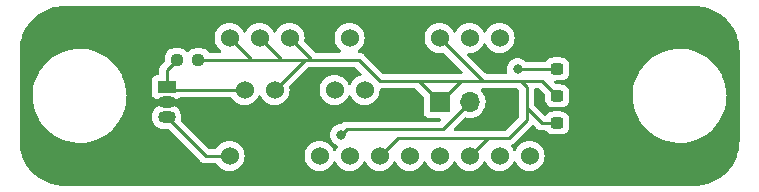
<source format=gbr>
%TF.GenerationSoftware,KiCad,Pcbnew,7.0.7*%
%TF.CreationDate,2024-03-26T15:52:03-05:00*%
%TF.ProjectId,RamanCCDBoard,52616d61-6e43-4434-9442-6f6172642e6b,rev?*%
%TF.SameCoordinates,Original*%
%TF.FileFunction,Copper,L2,Bot*%
%TF.FilePolarity,Positive*%
%FSLAX46Y46*%
G04 Gerber Fmt 4.6, Leading zero omitted, Abs format (unit mm)*
G04 Created by KiCad (PCBNEW 7.0.7) date 2024-03-26 15:52:03*
%MOMM*%
%LPD*%
G01*
G04 APERTURE LIST*
G04 Aperture macros list*
%AMRoundRect*
0 Rectangle with rounded corners*
0 $1 Rounding radius*
0 $2 $3 $4 $5 $6 $7 $8 $9 X,Y pos of 4 corners*
0 Add a 4 corners polygon primitive as box body*
4,1,4,$2,$3,$4,$5,$6,$7,$8,$9,$2,$3,0*
0 Add four circle primitives for the rounded corners*
1,1,$1+$1,$2,$3*
1,1,$1+$1,$4,$5*
1,1,$1+$1,$6,$7*
1,1,$1+$1,$8,$9*
0 Add four rect primitives between the rounded corners*
20,1,$1+$1,$2,$3,$4,$5,0*
20,1,$1+$1,$4,$5,$6,$7,0*
20,1,$1+$1,$6,$7,$8,$9,0*
20,1,$1+$1,$8,$9,$2,$3,0*%
G04 Aperture macros list end*
%TA.AperFunction,ComponentPad*%
%ADD10C,1.524000*%
%TD*%
%TA.AperFunction,SMDPad,CuDef*%
%ADD11RoundRect,0.237500X0.300000X0.237500X-0.300000X0.237500X-0.300000X-0.237500X0.300000X-0.237500X0*%
%TD*%
%TA.AperFunction,ComponentPad*%
%ADD12R,1.500000X1.050000*%
%TD*%
%TA.AperFunction,ComponentPad*%
%ADD13O,1.500000X1.050000*%
%TD*%
%TA.AperFunction,SMDPad,CuDef*%
%ADD14RoundRect,0.237500X0.250000X0.237500X-0.250000X0.237500X-0.250000X-0.237500X0.250000X-0.237500X0*%
%TD*%
%TA.AperFunction,ComponentPad*%
%ADD15R,1.700000X1.700000*%
%TD*%
%TA.AperFunction,ComponentPad*%
%ADD16O,1.700000X1.700000*%
%TD*%
%TA.AperFunction,ViaPad*%
%ADD17C,0.800000*%
%TD*%
%TA.AperFunction,Conductor*%
%ADD18C,0.254000*%
%TD*%
%TA.AperFunction,Conductor*%
%ADD19C,0.250000*%
%TD*%
G04 APERTURE END LIST*
D10*
%TO.P,U1,1,Vout*%
%TO.N,BJT_Input*%
X55626000Y-32004000D03*
%TO.P,U1,2,GND*%
%TO.N,GND*%
X58166000Y-32004000D03*
%TO.P,U1,3,GND*%
X60706000Y-32004000D03*
%TO.P,U1,4,SHSW*%
%TO.N,SHSW*%
X63246000Y-32004000D03*
%TO.P,U1,5,\u00F8CLK*%
%TO.N,\u00F8CLK*%
X65786000Y-32004000D03*
%TO.P,U1,6,VDD*%
%TO.N,+5V*%
X68326000Y-32004000D03*
%TO.P,U1,7,NC*%
%TO.N,unconnected-(U1-NC-Pad7)*%
X70866000Y-32004000D03*
%TO.P,U1,8,NC*%
%TO.N,unconnected-(U1-NC-Pad8)*%
X73406000Y-32004000D03*
%TO.P,U1,9,VDD*%
%TO.N,+5V*%
X75946000Y-32004000D03*
%TO.P,U1,10,NC*%
%TO.N,unconnected-(U1-NC-Pad10)*%
X78486000Y-32004000D03*
%TO.P,U1,11,\u00F8ROG*%
%TO.N,\u00F8ROG*%
X81026000Y-32004000D03*
%TO.P,U1,12,GND*%
%TO.N,GND*%
X81026000Y-22004000D03*
%TO.P,U1,13,NC*%
%TO.N,unconnected-(U1-NC-Pad13)*%
X78486000Y-22004000D03*
%TO.P,U1,14,NC*%
%TO.N,unconnected-(U1-NC-Pad14)*%
X75946000Y-22004000D03*
%TO.P,U1,15,VDD*%
%TO.N,+5V*%
X73406000Y-22004000D03*
%TO.P,U1,16,GND*%
%TO.N,GND*%
X70866000Y-22004000D03*
%TO.P,U1,17,GND*%
X68326000Y-22004000D03*
%TO.P,U1,18,VGG*%
%TO.N,Net-(U1-VGG)*%
X65786000Y-22004000D03*
%TO.P,U1,19,GND*%
%TO.N,GND*%
X63246000Y-22004000D03*
%TO.P,U1,20,VDD*%
%TO.N,+5V*%
X60706000Y-22004000D03*
%TO.P,U1,21,VDD*%
X58166000Y-22004000D03*
%TO.P,U1,22,VDD*%
X55626000Y-22004000D03*
%TD*%
D11*
%TO.P,C3,1*%
%TO.N,GND*%
X85090000Y-26924000D03*
%TO.P,C3,2*%
%TO.N,+5V*%
X83365000Y-26924000D03*
%TD*%
D12*
%TO.P,Q2,1,E*%
%TO.N,Vout*%
X50292000Y-26162000D03*
D13*
%TO.P,Q2,2,C*%
%TO.N,GND*%
X50292000Y-27432000D03*
%TO.P,Q2,3,B*%
%TO.N,BJT_Input*%
X50292000Y-28702000D03*
%TD*%
D11*
%TO.P,C2,1*%
%TO.N,GND*%
X85090000Y-29210000D03*
%TO.P,C2,2*%
%TO.N,+5V*%
X83365000Y-29210000D03*
%TD*%
D14*
%TO.P,R1,1*%
%TO.N,+5V*%
X52982500Y-23876000D03*
%TO.P,R1,2*%
%TO.N,Vout*%
X51157500Y-23876000D03*
%TD*%
D10*
%TO.P,Conn1,1*%
%TO.N,Vout*%
X56896000Y-26416000D03*
%TO.P,Conn1,2*%
%TO.N,+5V*%
X59436000Y-26416000D03*
%TO.P,Conn1,3*%
%TO.N,GND*%
X61976000Y-26416000D03*
%TO.P,Conn1,4*%
%TO.N,\u00F8CLK*%
X64516000Y-26416000D03*
%TO.P,Conn1,5*%
%TO.N,\u00F8ROG*%
X67056000Y-26416000D03*
%TD*%
D11*
%TO.P,C1,1*%
%TO.N,GND*%
X85090000Y-24638000D03*
%TO.P,C1,2*%
%TO.N,Net-(U1-VGG)*%
X83365000Y-24638000D03*
%TD*%
D15*
%TO.P,J1,1,Pin_1*%
%TO.N,+5V*%
X73406000Y-27432000D03*
D16*
%TO.P,J1,2,Pin_2*%
%TO.N,SHSW*%
X75946000Y-27432000D03*
%TO.P,J1,3,Pin_3*%
%TO.N,GND*%
X78486000Y-27432000D03*
%TD*%
D17*
%TO.N,GND*%
X67564000Y-28448000D03*
%TO.N,Net-(U1-VGG)*%
X80010000Y-24638000D03*
%TO.N,SHSW*%
X65024000Y-30226000D03*
%TD*%
D18*
%TO.N,+5V*%
X75184000Y-25654000D02*
X77216000Y-25654000D01*
X72136000Y-25654000D02*
X75184000Y-25654000D01*
X73406000Y-27432000D02*
X75184000Y-25654000D01*
%TO.N,Net-(U1-VGG)*%
X83365000Y-24638000D02*
X80010000Y-24638000D01*
D19*
%TO.N,+5V*%
X77056000Y-25654000D02*
X77216000Y-25654000D01*
X57404000Y-23782000D02*
X57404000Y-23876000D01*
D18*
X58674000Y-23876000D02*
X58928000Y-23876000D01*
X80772000Y-27940000D02*
X80772000Y-28956000D01*
D19*
X60706000Y-22004000D02*
X62484000Y-23782000D01*
X58166000Y-22004000D02*
X59944000Y-23782000D01*
X62484000Y-23782000D02*
X62484000Y-23876000D01*
D18*
X80264000Y-25654000D02*
X80772000Y-26162000D01*
X75946000Y-32004000D02*
X77470000Y-30480000D01*
X73406000Y-27432000D02*
X71628000Y-25654000D01*
X80264000Y-25654000D02*
X82095000Y-25654000D01*
X77470000Y-30480000D02*
X69850000Y-30480000D01*
D19*
X52982500Y-23876000D02*
X53848000Y-23876000D01*
D18*
X61976000Y-23876000D02*
X62484000Y-23876000D01*
X79248000Y-30480000D02*
X77470000Y-30480000D01*
X62484000Y-23876000D02*
X66548000Y-23876000D01*
X77216000Y-25654000D02*
X80264000Y-25654000D01*
X56896000Y-23876000D02*
X56388000Y-23876000D01*
X57404000Y-23876000D02*
X58674000Y-23876000D01*
D19*
X53848000Y-23876000D02*
X56388000Y-23876000D01*
D18*
X80772000Y-26162000D02*
X80772000Y-27940000D01*
X82095000Y-25654000D02*
X83365000Y-26924000D01*
X59944000Y-23876000D02*
X61976000Y-23876000D01*
X80772000Y-28956000D02*
X79248000Y-30480000D01*
D19*
X59436000Y-26416000D02*
X61976000Y-23876000D01*
X59944000Y-23782000D02*
X59944000Y-23876000D01*
D18*
X82042000Y-29210000D02*
X83365000Y-29210000D01*
X68326000Y-25654000D02*
X71628000Y-25654000D01*
D19*
X73406000Y-22004000D02*
X77056000Y-25654000D01*
D18*
X69756000Y-25654000D02*
X72136000Y-25654000D01*
X57404000Y-23876000D02*
X56896000Y-23876000D01*
X80772000Y-27940000D02*
X82042000Y-29210000D01*
X58928000Y-23876000D02*
X59944000Y-23876000D01*
X66548000Y-23876000D02*
X68326000Y-25654000D01*
X69850000Y-30480000D02*
X68326000Y-32004000D01*
X71628000Y-25654000D02*
X72136000Y-25654000D01*
D19*
X55626000Y-22004000D02*
X57404000Y-23782000D01*
D18*
%TO.N,SHSW*%
X65024000Y-30226000D02*
X65532000Y-29718000D01*
X73660000Y-29718000D02*
X75946000Y-27432000D01*
X65532000Y-29718000D02*
X73660000Y-29718000D01*
D19*
%TO.N,Vout*%
X56896000Y-26416000D02*
X50546000Y-26416000D01*
X50292000Y-26162000D02*
X50292000Y-24741500D01*
X50546000Y-26416000D02*
X50292000Y-26162000D01*
X50292000Y-24741500D02*
X51157500Y-23876000D01*
%TO.N,BJT_Input*%
X50292000Y-28702000D02*
X53594000Y-32004000D01*
X53594000Y-32004000D02*
X55626000Y-32004000D01*
%TD*%
%TA.AperFunction,Conductor*%
%TO.N,GND*%
G36*
X77029039Y-26283026D02*
G01*
X77036196Y-26284160D01*
X77061425Y-26281775D01*
X77067264Y-26281500D01*
X77136728Y-26281500D01*
X79952718Y-26281500D01*
X80019757Y-26301185D01*
X80040399Y-26317818D01*
X80108181Y-26385599D01*
X80141666Y-26446922D01*
X80144500Y-26473281D01*
X80144500Y-27857032D01*
X80142772Y-27872681D01*
X80143054Y-27872708D01*
X80142319Y-27880475D01*
X80144500Y-27949859D01*
X80144500Y-28644719D01*
X80124815Y-28711758D01*
X80108181Y-28732400D01*
X79024400Y-29816181D01*
X78963077Y-29849666D01*
X78936719Y-29852500D01*
X77552965Y-29852500D01*
X77537314Y-29850772D01*
X77537288Y-29851054D01*
X77529525Y-29850319D01*
X77460154Y-29852500D01*
X74712281Y-29852500D01*
X74645242Y-29832815D01*
X74599487Y-29780011D01*
X74589543Y-29710853D01*
X74618568Y-29647297D01*
X74624600Y-29640819D01*
X74841322Y-29424097D01*
X75492584Y-28772833D01*
X75553905Y-28739350D01*
X75612356Y-28740741D01*
X75654107Y-28751928D01*
X75710592Y-28767063D01*
X75887034Y-28782500D01*
X75945999Y-28787659D01*
X75946000Y-28787659D01*
X75946001Y-28787659D01*
X76004966Y-28782500D01*
X76181408Y-28767063D01*
X76409663Y-28705903D01*
X76623830Y-28606035D01*
X76817401Y-28470495D01*
X76984495Y-28303401D01*
X77120035Y-28109830D01*
X77219903Y-27895663D01*
X77281063Y-27667408D01*
X77301659Y-27432000D01*
X77300497Y-27418724D01*
X77297539Y-27384918D01*
X77281063Y-27196592D01*
X77219903Y-26968337D01*
X77120035Y-26754171D01*
X77106521Y-26734870D01*
X76984494Y-26560597D01*
X76917078Y-26493181D01*
X76883593Y-26431858D01*
X76888577Y-26362166D01*
X76930449Y-26306233D01*
X76995913Y-26281816D01*
X77004759Y-26281500D01*
X77009644Y-26281500D01*
X77029039Y-26283026D01*
G37*
%TD.AperFunction*%
%TA.AperFunction,Conductor*%
G36*
X94944139Y-19304501D02*
G01*
X94994470Y-19304501D01*
X94997512Y-19304576D01*
X95087439Y-19308993D01*
X95148505Y-19311993D01*
X95374018Y-19323811D01*
X95379836Y-19324393D01*
X95559435Y-19351034D01*
X95756128Y-19382187D01*
X95761436Y-19383269D01*
X95942900Y-19428724D01*
X96084614Y-19466697D01*
X96130274Y-19478932D01*
X96135116Y-19480444D01*
X96135122Y-19480446D01*
X96313454Y-19544254D01*
X96492735Y-19613074D01*
X96497000Y-19614899D01*
X96497011Y-19614904D01*
X96669387Y-19696432D01*
X96839704Y-19783213D01*
X96843404Y-19785261D01*
X96937542Y-19841685D01*
X97007693Y-19883732D01*
X97167633Y-19987598D01*
X97170799Y-19989797D01*
X97325089Y-20104226D01*
X97325103Y-20104237D01*
X97473227Y-20224185D01*
X97475832Y-20226418D01*
X97617294Y-20354631D01*
X97619498Y-20356730D01*
X97753268Y-20490500D01*
X97755367Y-20492704D01*
X97883580Y-20634166D01*
X97885819Y-20636778D01*
X97915438Y-20673355D01*
X98005773Y-20784910D01*
X98120201Y-20939199D01*
X98122400Y-20942365D01*
X98226267Y-21102306D01*
X98324728Y-21266578D01*
X98326792Y-21270306D01*
X98413566Y-21440610D01*
X98495096Y-21612991D01*
X98496932Y-21617282D01*
X98565755Y-21796572D01*
X98629554Y-21974882D01*
X98631066Y-21979724D01*
X98681282Y-22167126D01*
X98726722Y-22348532D01*
X98727817Y-22353900D01*
X98758965Y-22550561D01*
X98785602Y-22730141D01*
X98786188Y-22735996D01*
X98798007Y-22961511D01*
X98805424Y-23112488D01*
X98805499Y-23115531D01*
X98805499Y-30732468D01*
X98805424Y-30735511D01*
X98798007Y-30886488D01*
X98786188Y-31112002D01*
X98785602Y-31117857D01*
X98758965Y-31297438D01*
X98727817Y-31494098D01*
X98726722Y-31499466D01*
X98681282Y-31680873D01*
X98631066Y-31868274D01*
X98629554Y-31873116D01*
X98565755Y-32051427D01*
X98496931Y-32230716D01*
X98495096Y-32235006D01*
X98413566Y-32407389D01*
X98326791Y-32577692D01*
X98324728Y-32581420D01*
X98226267Y-32745693D01*
X98122400Y-32905633D01*
X98120201Y-32908799D01*
X98005773Y-33063089D01*
X97885825Y-33211213D01*
X97883580Y-33213832D01*
X97755367Y-33355294D01*
X97753268Y-33357498D01*
X97619498Y-33491268D01*
X97617294Y-33493367D01*
X97475832Y-33621580D01*
X97473213Y-33623825D01*
X97325089Y-33743773D01*
X97170799Y-33858201D01*
X97167633Y-33860400D01*
X97007693Y-33964267D01*
X96843420Y-34062728D01*
X96839692Y-34064791D01*
X96669389Y-34151566D01*
X96497006Y-34233096D01*
X96492716Y-34234931D01*
X96313427Y-34303755D01*
X96135116Y-34367554D01*
X96130274Y-34369066D01*
X95942873Y-34419282D01*
X95761466Y-34464722D01*
X95756098Y-34465817D01*
X95559438Y-34496965D01*
X95379857Y-34523602D01*
X95374002Y-34524188D01*
X95148488Y-34536007D01*
X94997512Y-34543424D01*
X94994469Y-34543499D01*
X41657531Y-34543499D01*
X41654488Y-34543424D01*
X41503511Y-34536007D01*
X41277996Y-34524188D01*
X41272141Y-34523602D01*
X41092561Y-34496965D01*
X40895900Y-34465817D01*
X40890532Y-34464722D01*
X40709126Y-34419282D01*
X40521724Y-34369066D01*
X40516882Y-34367554D01*
X40338572Y-34303755D01*
X40159282Y-34234932D01*
X40154991Y-34233096D01*
X39982610Y-34151566D01*
X39812306Y-34064792D01*
X39808578Y-34062728D01*
X39644306Y-33964267D01*
X39484365Y-33860400D01*
X39481199Y-33858201D01*
X39326910Y-33743773D01*
X39178785Y-33623825D01*
X39176166Y-33621580D01*
X39034704Y-33493367D01*
X39032500Y-33491268D01*
X38898730Y-33357498D01*
X38896631Y-33355294D01*
X38768418Y-33213832D01*
X38766185Y-33211227D01*
X38677355Y-33101531D01*
X38646226Y-33063089D01*
X38531797Y-32908799D01*
X38529598Y-32905633D01*
X38425732Y-32745693D01*
X38410413Y-32720135D01*
X38327261Y-32581404D01*
X38325213Y-32577704D01*
X38238433Y-32407389D01*
X38156902Y-32235007D01*
X38155074Y-32230735D01*
X38086244Y-32051427D01*
X38022444Y-31873116D01*
X38020932Y-31868274D01*
X38008697Y-31822614D01*
X37970724Y-31680900D01*
X37925269Y-31499436D01*
X37924187Y-31494128D01*
X37893034Y-31297435D01*
X37866393Y-31117836D01*
X37865811Y-31112018D01*
X37853986Y-30886366D01*
X37853814Y-30882875D01*
X37846574Y-30735497D01*
X37846500Y-30732510D01*
X37846500Y-27023187D01*
X38948590Y-27023187D01*
X38978230Y-27418711D01*
X38978231Y-27418724D01*
X39047108Y-27809339D01*
X39154530Y-28191137D01*
X39154534Y-28191151D01*
X39299435Y-28560353D01*
X39299440Y-28560365D01*
X39480386Y-28913314D01*
X39480397Y-28913333D01*
X39486850Y-28923324D01*
X39695586Y-29246509D01*
X39940093Y-29553112D01*
X39942895Y-29556625D01*
X40219823Y-29840544D01*
X40219833Y-29840554D01*
X40523676Y-30095508D01*
X40851394Y-30318942D01*
X41199730Y-30508636D01*
X41565223Y-30662704D01*
X41565232Y-30662706D01*
X41565238Y-30662709D01*
X41944235Y-30779614D01*
X41944248Y-30779617D01*
X42332999Y-30858205D01*
X42333014Y-30858208D01*
X42671299Y-30892058D01*
X42727680Y-30897700D01*
X42727681Y-30897700D01*
X43025103Y-30897700D01*
X43252197Y-30886366D01*
X43322145Y-30882875D01*
X43714353Y-30823759D01*
X44098726Y-30725886D01*
X44471445Y-30590228D01*
X44828803Y-30418133D01*
X44835148Y-30414256D01*
X45167246Y-30211315D01*
X45167245Y-30211315D01*
X45167251Y-30211312D01*
X45483424Y-29971820D01*
X45774181Y-29702037D01*
X46036631Y-29404645D01*
X46268166Y-29082600D01*
X46466485Y-28739101D01*
X46483226Y-28702000D01*
X49036538Y-28702000D01*
X49056337Y-28903031D01*
X49114978Y-29096345D01*
X49210198Y-29274488D01*
X49210203Y-29274495D01*
X49338352Y-29430647D01*
X49447016Y-29519824D01*
X49494506Y-29558798D01*
X49494509Y-29558799D01*
X49494511Y-29558801D01*
X49672654Y-29654021D01*
X49672656Y-29654021D01*
X49672659Y-29654023D01*
X49865967Y-29712662D01*
X50016620Y-29727500D01*
X50381548Y-29727500D01*
X50448587Y-29747185D01*
X50469228Y-29763818D01*
X51792553Y-31087144D01*
X53093197Y-32387788D01*
X53103022Y-32400051D01*
X53103243Y-32399869D01*
X53108214Y-32405878D01*
X53134217Y-32430295D01*
X53158635Y-32453226D01*
X53179529Y-32474120D01*
X53185011Y-32478373D01*
X53189443Y-32482157D01*
X53223418Y-32514062D01*
X53240976Y-32523714D01*
X53257235Y-32534395D01*
X53273064Y-32546673D01*
X53315838Y-32565182D01*
X53321056Y-32567738D01*
X53361908Y-32590197D01*
X53381316Y-32595180D01*
X53399717Y-32601480D01*
X53418104Y-32609437D01*
X53461488Y-32616308D01*
X53464119Y-32616725D01*
X53469839Y-32617909D01*
X53514981Y-32629500D01*
X53535016Y-32629500D01*
X53554414Y-32631026D01*
X53574194Y-32634159D01*
X53574195Y-32634160D01*
X53574195Y-32634159D01*
X53574196Y-32634160D01*
X53620583Y-32629775D01*
X53626422Y-32629500D01*
X54458200Y-32629500D01*
X54525239Y-32649185D01*
X54559775Y-32682376D01*
X54655174Y-32818620D01*
X54655175Y-32818621D01*
X54811378Y-32974824D01*
X54811384Y-32974829D01*
X54992333Y-33101531D01*
X54992335Y-33101532D01*
X54992338Y-33101534D01*
X55192550Y-33194894D01*
X55405932Y-33252070D01*
X55563123Y-33265822D01*
X55625998Y-33271323D01*
X55626000Y-33271323D01*
X55626002Y-33271323D01*
X55681016Y-33266509D01*
X55846068Y-33252070D01*
X56059450Y-33194894D01*
X56259662Y-33101534D01*
X56440620Y-32974826D01*
X56596826Y-32818620D01*
X56723534Y-32637662D01*
X56816894Y-32437450D01*
X56874070Y-32224068D01*
X56889175Y-32051415D01*
X56893323Y-32004002D01*
X56893323Y-32003997D01*
X56874070Y-31783937D01*
X56874070Y-31783932D01*
X56816894Y-31570550D01*
X56723534Y-31370339D01*
X56660179Y-31279859D01*
X56596827Y-31189381D01*
X56519448Y-31112002D01*
X56440620Y-31033174D01*
X56440616Y-31033171D01*
X56440615Y-31033170D01*
X56259666Y-30906468D01*
X56259662Y-30906466D01*
X56216557Y-30886366D01*
X56059450Y-30813106D01*
X56059447Y-30813105D01*
X56059445Y-30813104D01*
X55846070Y-30755930D01*
X55846062Y-30755929D01*
X55626002Y-30736677D01*
X55625998Y-30736677D01*
X55405937Y-30755929D01*
X55405929Y-30755930D01*
X55192554Y-30813104D01*
X55192548Y-30813107D01*
X54992340Y-30906465D01*
X54992338Y-30906466D01*
X54811377Y-31033175D01*
X54655175Y-31189377D01*
X54559776Y-31325623D01*
X54505199Y-31369248D01*
X54458201Y-31378500D01*
X53904453Y-31378500D01*
X53837414Y-31358815D01*
X53816772Y-31342181D01*
X51545295Y-29070704D01*
X51511810Y-29009381D01*
X51514315Y-28947028D01*
X51527662Y-28903033D01*
X51547462Y-28702000D01*
X51527662Y-28500967D01*
X51469023Y-28307659D01*
X51469021Y-28307656D01*
X51469021Y-28307654D01*
X51373801Y-28129511D01*
X51373799Y-28129509D01*
X51373798Y-28129506D01*
X51334824Y-28082016D01*
X51245647Y-27973352D01*
X51089495Y-27845203D01*
X51089488Y-27845198D01*
X50911345Y-27749978D01*
X50718031Y-27691337D01*
X50607900Y-27680490D01*
X50567380Y-27676500D01*
X50016620Y-27676500D01*
X49979433Y-27680162D01*
X49865968Y-27691337D01*
X49672654Y-27749978D01*
X49494511Y-27845198D01*
X49494504Y-27845203D01*
X49338352Y-27973352D01*
X49210203Y-28129504D01*
X49210198Y-28129511D01*
X49114978Y-28307654D01*
X49056337Y-28500968D01*
X49036538Y-28702000D01*
X46483226Y-28702000D01*
X46629617Y-28377563D01*
X46755941Y-28001578D01*
X46844201Y-27614885D01*
X46893521Y-27221325D01*
X46897389Y-27066233D01*
X46903409Y-26824826D01*
X46903409Y-26824810D01*
X46896836Y-26737100D01*
X46896669Y-26734870D01*
X49041500Y-26734870D01*
X49041501Y-26734876D01*
X49047908Y-26794483D01*
X49098202Y-26929328D01*
X49098206Y-26929335D01*
X49184452Y-27044544D01*
X49184455Y-27044547D01*
X49299664Y-27130793D01*
X49299671Y-27130797D01*
X49434517Y-27181091D01*
X49434516Y-27181091D01*
X49441444Y-27181835D01*
X49494127Y-27187500D01*
X51089872Y-27187499D01*
X51149483Y-27181091D01*
X51284331Y-27130796D01*
X51370575Y-27066233D01*
X51436040Y-27041816D01*
X51444887Y-27041500D01*
X55728200Y-27041500D01*
X55795239Y-27061185D01*
X55829775Y-27094376D01*
X55925174Y-27230620D01*
X55925175Y-27230621D01*
X56081378Y-27386824D01*
X56081384Y-27386829D01*
X56262333Y-27513531D01*
X56262335Y-27513532D01*
X56262338Y-27513534D01*
X56462550Y-27606894D01*
X56675932Y-27664070D01*
X56818011Y-27676500D01*
X56895998Y-27683323D01*
X56896000Y-27683323D01*
X56896002Y-27683323D01*
X56951017Y-27678509D01*
X57116068Y-27664070D01*
X57329450Y-27606894D01*
X57529662Y-27513534D01*
X57710620Y-27386826D01*
X57866826Y-27230620D01*
X57993534Y-27049662D01*
X58053617Y-26920811D01*
X58099790Y-26868371D01*
X58166983Y-26849219D01*
X58233865Y-26869435D01*
X58278382Y-26920811D01*
X58338464Y-27049658D01*
X58338468Y-27049666D01*
X58465170Y-27230615D01*
X58465175Y-27230621D01*
X58621378Y-27386824D01*
X58621384Y-27386829D01*
X58802333Y-27513531D01*
X58802335Y-27513532D01*
X58802338Y-27513534D01*
X59002550Y-27606894D01*
X59215932Y-27664070D01*
X59358011Y-27676500D01*
X59435998Y-27683323D01*
X59436000Y-27683323D01*
X59436002Y-27683323D01*
X59491017Y-27678509D01*
X59656068Y-27664070D01*
X59869450Y-27606894D01*
X60069662Y-27513534D01*
X60250620Y-27386826D01*
X60406826Y-27230620D01*
X60533534Y-27049662D01*
X60626894Y-26849450D01*
X60684070Y-26636068D01*
X60701936Y-26431858D01*
X60703323Y-26416002D01*
X60703323Y-26415997D01*
X60691789Y-26284159D01*
X60684070Y-26195932D01*
X60672291Y-26151976D01*
X60673955Y-26082126D01*
X60704384Y-26032204D01*
X62196771Y-24539819D01*
X62258095Y-24506334D01*
X62284453Y-24503500D01*
X62404728Y-24503500D01*
X62423638Y-24503500D01*
X62436918Y-24504755D01*
X62444404Y-24505225D01*
X62444412Y-24505227D01*
X62469934Y-24503621D01*
X62473807Y-24503500D01*
X66236719Y-24503500D01*
X66303758Y-24523185D01*
X66324400Y-24539819D01*
X66776006Y-24991425D01*
X66809491Y-25052748D01*
X66804507Y-25122440D01*
X66762635Y-25178373D01*
X66720420Y-25198881D01*
X66622552Y-25225105D01*
X66622548Y-25225107D01*
X66422340Y-25318465D01*
X66422338Y-25318466D01*
X66241377Y-25445175D01*
X66085175Y-25601377D01*
X65958466Y-25782338D01*
X65958465Y-25782340D01*
X65898382Y-25911189D01*
X65852209Y-25963628D01*
X65785016Y-25982780D01*
X65718135Y-25962564D01*
X65673618Y-25911189D01*
X65633511Y-25825180D01*
X65613534Y-25782339D01*
X65495533Y-25613815D01*
X65486827Y-25601381D01*
X65414962Y-25529516D01*
X65330620Y-25445174D01*
X65330616Y-25445171D01*
X65330615Y-25445170D01*
X65149666Y-25318468D01*
X65149662Y-25318466D01*
X65066000Y-25279454D01*
X64949450Y-25225106D01*
X64949447Y-25225105D01*
X64949445Y-25225104D01*
X64736070Y-25167930D01*
X64736062Y-25167929D01*
X64516002Y-25148677D01*
X64515998Y-25148677D01*
X64295937Y-25167929D01*
X64295929Y-25167930D01*
X64082554Y-25225104D01*
X64082548Y-25225107D01*
X63882340Y-25318465D01*
X63882338Y-25318466D01*
X63701377Y-25445175D01*
X63545175Y-25601377D01*
X63418466Y-25782338D01*
X63418465Y-25782340D01*
X63325107Y-25982548D01*
X63325104Y-25982554D01*
X63267930Y-26195929D01*
X63267929Y-26195937D01*
X63248677Y-26415997D01*
X63248677Y-26416002D01*
X63267929Y-26636062D01*
X63267930Y-26636070D01*
X63325104Y-26849445D01*
X63325105Y-26849447D01*
X63325106Y-26849450D01*
X63406114Y-27023173D01*
X63418466Y-27049662D01*
X63418468Y-27049666D01*
X63545170Y-27230615D01*
X63545175Y-27230621D01*
X63701378Y-27386824D01*
X63701384Y-27386829D01*
X63882333Y-27513531D01*
X63882335Y-27513532D01*
X63882338Y-27513534D01*
X64082550Y-27606894D01*
X64295932Y-27664070D01*
X64438011Y-27676500D01*
X64515998Y-27683323D01*
X64516000Y-27683323D01*
X64516002Y-27683323D01*
X64571017Y-27678509D01*
X64736068Y-27664070D01*
X64949450Y-27606894D01*
X65149662Y-27513534D01*
X65330620Y-27386826D01*
X65486826Y-27230620D01*
X65613534Y-27049662D01*
X65673617Y-26920811D01*
X65719790Y-26868371D01*
X65786983Y-26849219D01*
X65853865Y-26869435D01*
X65898382Y-26920811D01*
X65958464Y-27049658D01*
X65958468Y-27049666D01*
X66085170Y-27230615D01*
X66085175Y-27230621D01*
X66241378Y-27386824D01*
X66241384Y-27386829D01*
X66422333Y-27513531D01*
X66422335Y-27513532D01*
X66422338Y-27513534D01*
X66622550Y-27606894D01*
X66835932Y-27664070D01*
X66978011Y-27676500D01*
X67055998Y-27683323D01*
X67056000Y-27683323D01*
X67056002Y-27683323D01*
X67111017Y-27678509D01*
X67276068Y-27664070D01*
X67489450Y-27606894D01*
X67689662Y-27513534D01*
X67870620Y-27386826D01*
X68026826Y-27230620D01*
X68153534Y-27049662D01*
X68246894Y-26849450D01*
X68304070Y-26636068D01*
X68321936Y-26431858D01*
X68323323Y-26416002D01*
X68323323Y-26410586D01*
X68324500Y-26410586D01*
X68337116Y-26347808D01*
X68385731Y-26297625D01*
X68446878Y-26281500D01*
X69676728Y-26281500D01*
X71316719Y-26281500D01*
X71383758Y-26301185D01*
X71404400Y-26317819D01*
X72019181Y-26932600D01*
X72052666Y-26993923D01*
X72055500Y-27020281D01*
X72055500Y-28329870D01*
X72055501Y-28329876D01*
X72061908Y-28389483D01*
X72112202Y-28524328D01*
X72112206Y-28524335D01*
X72198452Y-28639544D01*
X72198455Y-28639547D01*
X72313664Y-28725793D01*
X72313671Y-28725797D01*
X72448517Y-28776091D01*
X72448516Y-28776091D01*
X72455444Y-28776835D01*
X72508127Y-28782500D01*
X73408719Y-28782499D01*
X73475758Y-28802183D01*
X73521513Y-28854987D01*
X73531457Y-28924146D01*
X73502432Y-28987702D01*
X73496405Y-28994175D01*
X73436398Y-29054182D01*
X73375078Y-29087666D01*
X73348719Y-29090500D01*
X65614966Y-29090500D01*
X65599318Y-29088772D01*
X65599292Y-29089054D01*
X65591524Y-29088319D01*
X65522154Y-29090500D01*
X65492521Y-29090500D01*
X65485607Y-29091373D01*
X65479790Y-29091830D01*
X65433058Y-29093299D01*
X65433054Y-29093300D01*
X65413722Y-29098916D01*
X65394682Y-29102859D01*
X65374708Y-29105383D01*
X65374701Y-29105385D01*
X65331239Y-29122592D01*
X65325712Y-29124485D01*
X65280809Y-29137531D01*
X65280808Y-29137531D01*
X65263474Y-29147782D01*
X65246012Y-29156336D01*
X65227300Y-29163745D01*
X65227295Y-29163748D01*
X65189473Y-29191226D01*
X65184591Y-29194433D01*
X65144341Y-29218238D01*
X65130107Y-29232472D01*
X65115318Y-29245104D01*
X65099031Y-29256937D01*
X65099031Y-29256938D01*
X65079505Y-29280541D01*
X65021605Y-29319648D01*
X64983962Y-29325500D01*
X64929354Y-29325500D01*
X64896897Y-29332398D01*
X64744197Y-29364855D01*
X64744192Y-29364857D01*
X64571270Y-29441848D01*
X64571265Y-29441851D01*
X64418129Y-29553111D01*
X64291466Y-29693785D01*
X64196821Y-29857715D01*
X64196818Y-29857722D01*
X64138327Y-30037740D01*
X64138326Y-30037744D01*
X64118540Y-30226000D01*
X64138326Y-30414256D01*
X64138327Y-30414259D01*
X64196818Y-30594277D01*
X64196821Y-30594284D01*
X64291467Y-30758216D01*
X64403711Y-30882875D01*
X64418129Y-30898888D01*
X64571265Y-31010148D01*
X64571270Y-31010151D01*
X64715460Y-31074350D01*
X64768697Y-31119600D01*
X64789018Y-31186450D01*
X64769972Y-31253673D01*
X64766599Y-31258752D01*
X64688466Y-31370338D01*
X64688465Y-31370340D01*
X64628382Y-31499189D01*
X64582209Y-31551628D01*
X64515016Y-31570780D01*
X64448135Y-31550564D01*
X64403618Y-31499189D01*
X64385059Y-31459390D01*
X64343534Y-31370339D01*
X64280180Y-31279859D01*
X64216827Y-31189381D01*
X64139448Y-31112002D01*
X64060620Y-31033174D01*
X64060616Y-31033171D01*
X64060615Y-31033170D01*
X63879666Y-30906468D01*
X63879662Y-30906466D01*
X63836557Y-30886366D01*
X63679450Y-30813106D01*
X63679447Y-30813105D01*
X63679445Y-30813104D01*
X63466070Y-30755930D01*
X63466062Y-30755929D01*
X63246002Y-30736677D01*
X63245998Y-30736677D01*
X63025937Y-30755929D01*
X63025929Y-30755930D01*
X62812554Y-30813104D01*
X62812548Y-30813107D01*
X62612340Y-30906465D01*
X62612338Y-30906466D01*
X62431377Y-31033175D01*
X62275175Y-31189377D01*
X62148466Y-31370338D01*
X62148465Y-31370340D01*
X62055107Y-31570548D01*
X62055104Y-31570554D01*
X61997930Y-31783929D01*
X61997929Y-31783937D01*
X61978677Y-32003997D01*
X61978677Y-32004002D01*
X61997929Y-32224062D01*
X61997930Y-32224070D01*
X62055104Y-32437445D01*
X62055105Y-32437447D01*
X62055106Y-32437450D01*
X62126333Y-32590197D01*
X62148466Y-32637662D01*
X62148468Y-32637666D01*
X62275170Y-32818615D01*
X62275175Y-32818621D01*
X62431378Y-32974824D01*
X62431384Y-32974829D01*
X62612333Y-33101531D01*
X62612335Y-33101532D01*
X62612338Y-33101534D01*
X62812550Y-33194894D01*
X63025932Y-33252070D01*
X63183123Y-33265822D01*
X63245998Y-33271323D01*
X63246000Y-33271323D01*
X63246002Y-33271323D01*
X63301016Y-33266509D01*
X63466068Y-33252070D01*
X63679450Y-33194894D01*
X63879662Y-33101534D01*
X64060620Y-32974826D01*
X64216826Y-32818620D01*
X64343534Y-32637662D01*
X64403617Y-32508811D01*
X64449790Y-32456371D01*
X64516983Y-32437219D01*
X64583865Y-32457435D01*
X64628382Y-32508811D01*
X64688464Y-32637658D01*
X64688468Y-32637666D01*
X64815170Y-32818615D01*
X64815175Y-32818621D01*
X64971378Y-32974824D01*
X64971384Y-32974829D01*
X65152333Y-33101531D01*
X65152335Y-33101532D01*
X65152338Y-33101534D01*
X65352550Y-33194894D01*
X65565932Y-33252070D01*
X65723123Y-33265822D01*
X65785998Y-33271323D01*
X65786000Y-33271323D01*
X65786002Y-33271323D01*
X65841016Y-33266509D01*
X66006068Y-33252070D01*
X66219450Y-33194894D01*
X66419662Y-33101534D01*
X66600620Y-32974826D01*
X66756826Y-32818620D01*
X66883534Y-32637662D01*
X66943617Y-32508811D01*
X66989790Y-32456371D01*
X67056983Y-32437219D01*
X67123865Y-32457435D01*
X67168382Y-32508811D01*
X67228464Y-32637658D01*
X67228468Y-32637666D01*
X67355170Y-32818615D01*
X67355175Y-32818621D01*
X67511378Y-32974824D01*
X67511384Y-32974829D01*
X67692333Y-33101531D01*
X67692335Y-33101532D01*
X67692338Y-33101534D01*
X67892550Y-33194894D01*
X68105932Y-33252070D01*
X68263123Y-33265822D01*
X68325998Y-33271323D01*
X68326000Y-33271323D01*
X68326002Y-33271323D01*
X68381016Y-33266509D01*
X68546068Y-33252070D01*
X68759450Y-33194894D01*
X68959662Y-33101534D01*
X69140620Y-32974826D01*
X69296826Y-32818620D01*
X69423534Y-32637662D01*
X69483617Y-32508811D01*
X69529790Y-32456371D01*
X69596983Y-32437219D01*
X69663865Y-32457435D01*
X69708382Y-32508811D01*
X69768464Y-32637658D01*
X69768468Y-32637666D01*
X69895170Y-32818615D01*
X69895175Y-32818621D01*
X70051378Y-32974824D01*
X70051384Y-32974829D01*
X70232333Y-33101531D01*
X70232335Y-33101532D01*
X70232338Y-33101534D01*
X70432550Y-33194894D01*
X70645932Y-33252070D01*
X70803123Y-33265822D01*
X70865998Y-33271323D01*
X70866000Y-33271323D01*
X70866002Y-33271323D01*
X70921016Y-33266509D01*
X71086068Y-33252070D01*
X71299450Y-33194894D01*
X71499662Y-33101534D01*
X71680620Y-32974826D01*
X71836826Y-32818620D01*
X71963534Y-32637662D01*
X72023617Y-32508811D01*
X72069790Y-32456371D01*
X72136983Y-32437219D01*
X72203865Y-32457435D01*
X72248382Y-32508811D01*
X72308464Y-32637658D01*
X72308468Y-32637666D01*
X72435170Y-32818615D01*
X72435175Y-32818621D01*
X72591378Y-32974824D01*
X72591384Y-32974829D01*
X72772333Y-33101531D01*
X72772335Y-33101532D01*
X72772338Y-33101534D01*
X72972550Y-33194894D01*
X73185932Y-33252070D01*
X73343123Y-33265822D01*
X73405998Y-33271323D01*
X73406000Y-33271323D01*
X73406002Y-33271323D01*
X73461016Y-33266509D01*
X73626068Y-33252070D01*
X73839450Y-33194894D01*
X74039662Y-33101534D01*
X74220620Y-32974826D01*
X74376826Y-32818620D01*
X74503534Y-32637662D01*
X74563617Y-32508811D01*
X74609790Y-32456371D01*
X74676983Y-32437219D01*
X74743865Y-32457435D01*
X74788382Y-32508811D01*
X74848464Y-32637658D01*
X74848468Y-32637666D01*
X74975170Y-32818615D01*
X74975175Y-32818621D01*
X75131378Y-32974824D01*
X75131384Y-32974829D01*
X75312333Y-33101531D01*
X75312335Y-33101532D01*
X75312338Y-33101534D01*
X75512550Y-33194894D01*
X75725932Y-33252070D01*
X75883123Y-33265822D01*
X75945998Y-33271323D01*
X75946000Y-33271323D01*
X75946002Y-33271323D01*
X76001016Y-33266509D01*
X76166068Y-33252070D01*
X76379450Y-33194894D01*
X76579662Y-33101534D01*
X76760620Y-32974826D01*
X76916826Y-32818620D01*
X77043534Y-32637662D01*
X77103617Y-32508811D01*
X77149790Y-32456371D01*
X77216983Y-32437219D01*
X77283865Y-32457435D01*
X77328382Y-32508811D01*
X77388464Y-32637658D01*
X77388468Y-32637666D01*
X77515170Y-32818615D01*
X77515175Y-32818621D01*
X77671378Y-32974824D01*
X77671384Y-32974829D01*
X77852333Y-33101531D01*
X77852335Y-33101532D01*
X77852338Y-33101534D01*
X78052550Y-33194894D01*
X78265932Y-33252070D01*
X78423123Y-33265822D01*
X78485998Y-33271323D01*
X78486000Y-33271323D01*
X78486002Y-33271323D01*
X78541016Y-33266509D01*
X78706068Y-33252070D01*
X78919450Y-33194894D01*
X79119662Y-33101534D01*
X79300620Y-32974826D01*
X79456826Y-32818620D01*
X79583534Y-32637662D01*
X79643617Y-32508811D01*
X79689790Y-32456371D01*
X79756983Y-32437219D01*
X79823865Y-32457435D01*
X79868382Y-32508811D01*
X79928464Y-32637658D01*
X79928468Y-32637666D01*
X80055170Y-32818615D01*
X80055175Y-32818621D01*
X80211378Y-32974824D01*
X80211384Y-32974829D01*
X80392333Y-33101531D01*
X80392335Y-33101532D01*
X80392338Y-33101534D01*
X80592550Y-33194894D01*
X80805932Y-33252070D01*
X80963123Y-33265822D01*
X81025998Y-33271323D01*
X81026000Y-33271323D01*
X81026002Y-33271323D01*
X81081016Y-33266509D01*
X81246068Y-33252070D01*
X81459450Y-33194894D01*
X81659662Y-33101534D01*
X81840620Y-32974826D01*
X81996826Y-32818620D01*
X82123534Y-32637662D01*
X82216894Y-32437450D01*
X82274070Y-32224068D01*
X82289175Y-32051415D01*
X82293323Y-32004002D01*
X82293323Y-32003997D01*
X82274070Y-31783937D01*
X82274070Y-31783932D01*
X82216894Y-31570550D01*
X82123534Y-31370339D01*
X82060180Y-31279859D01*
X81996827Y-31189381D01*
X81919448Y-31112002D01*
X81840620Y-31033174D01*
X81840616Y-31033171D01*
X81840615Y-31033170D01*
X81659666Y-30906468D01*
X81659662Y-30906466D01*
X81616557Y-30886366D01*
X81459450Y-30813106D01*
X81459447Y-30813105D01*
X81459445Y-30813104D01*
X81246070Y-30755930D01*
X81246062Y-30755929D01*
X81026002Y-30736677D01*
X81025998Y-30736677D01*
X80805937Y-30755929D01*
X80805929Y-30755930D01*
X80592554Y-30813104D01*
X80592548Y-30813107D01*
X80392340Y-30906465D01*
X80392338Y-30906466D01*
X80211377Y-31033175D01*
X80055175Y-31189377D01*
X79928466Y-31370338D01*
X79928465Y-31370340D01*
X79868382Y-31499189D01*
X79822209Y-31551628D01*
X79755016Y-31570780D01*
X79688135Y-31550564D01*
X79643618Y-31499189D01*
X79625059Y-31459390D01*
X79583534Y-31370339D01*
X79482648Y-31226258D01*
X79460322Y-31160054D01*
X79477332Y-31092287D01*
X79528280Y-31044474D01*
X79538566Y-31039849D01*
X79552703Y-31034253D01*
X79590542Y-31006759D01*
X79595391Y-31003574D01*
X79635656Y-30979763D01*
X79649897Y-30965520D01*
X79664678Y-30952897D01*
X79680967Y-30941063D01*
X79680969Y-30941059D01*
X79680971Y-30941059D01*
X79697401Y-30921197D01*
X79710776Y-30905028D01*
X79714689Y-30900728D01*
X81157043Y-29458374D01*
X81169325Y-29448537D01*
X81169144Y-29448318D01*
X81175152Y-29443346D01*
X81175162Y-29443340D01*
X81190605Y-29426894D01*
X81250845Y-29391500D01*
X81320659Y-29394292D01*
X81368678Y-29424097D01*
X81539624Y-29595043D01*
X81549471Y-29607333D01*
X81549689Y-29607154D01*
X81554657Y-29613160D01*
X81605257Y-29660677D01*
X81626201Y-29681620D01*
X81626207Y-29681626D01*
X81631697Y-29685883D01*
X81636148Y-29689684D01*
X81670235Y-29721695D01*
X81670237Y-29721696D01*
X81687867Y-29731387D01*
X81704135Y-29742072D01*
X81720038Y-29754408D01*
X81720040Y-29754409D01*
X81720042Y-29754410D01*
X81736457Y-29761513D01*
X81762943Y-29772974D01*
X81768190Y-29775545D01*
X81776314Y-29780011D01*
X81809166Y-29798072D01*
X81828667Y-29803079D01*
X81847061Y-29809376D01*
X81865541Y-29817373D01*
X81911716Y-29824685D01*
X81917419Y-29825866D01*
X81962728Y-29837500D01*
X81982859Y-29837500D01*
X82002256Y-29839026D01*
X82022133Y-29842175D01*
X82065064Y-29838116D01*
X82068679Y-29837775D01*
X82074517Y-29837500D01*
X82369253Y-29837500D01*
X82436292Y-29857185D01*
X82474790Y-29896402D01*
X82482160Y-29908350D01*
X82604150Y-30030340D01*
X82750984Y-30120908D01*
X82914747Y-30175174D01*
X83015823Y-30185500D01*
X83714176Y-30185499D01*
X83714184Y-30185498D01*
X83714187Y-30185498D01*
X83769530Y-30179844D01*
X83815253Y-30175174D01*
X83979016Y-30120908D01*
X84125850Y-30030340D01*
X84247840Y-29908350D01*
X84338408Y-29761516D01*
X84392674Y-29597753D01*
X84403000Y-29496677D01*
X84402999Y-28923324D01*
X84401978Y-28913333D01*
X84392674Y-28822247D01*
X84386025Y-28802183D01*
X84338408Y-28658484D01*
X84247840Y-28511650D01*
X84125850Y-28389660D01*
X84028915Y-28329870D01*
X83979018Y-28299093D01*
X83979013Y-28299091D01*
X83977569Y-28298612D01*
X83815253Y-28244826D01*
X83815251Y-28244825D01*
X83714178Y-28234500D01*
X83015830Y-28234500D01*
X83015812Y-28234501D01*
X82914747Y-28244825D01*
X82750984Y-28299092D01*
X82750981Y-28299093D01*
X82604148Y-28389661D01*
X82482161Y-28511648D01*
X82482159Y-28511650D01*
X82482160Y-28511650D01*
X82474791Y-28523596D01*
X82422846Y-28570320D01*
X82369253Y-28582500D01*
X82353281Y-28582500D01*
X82286242Y-28562815D01*
X82265600Y-28546181D01*
X81435819Y-27716400D01*
X81402334Y-27655077D01*
X81399500Y-27628719D01*
X81399500Y-26405500D01*
X81419185Y-26338461D01*
X81471989Y-26292706D01*
X81523500Y-26281500D01*
X81783719Y-26281500D01*
X81850758Y-26301185D01*
X81871400Y-26317819D01*
X82290681Y-26737100D01*
X82324166Y-26798423D01*
X82327000Y-26824781D01*
X82327000Y-27210669D01*
X82327001Y-27210687D01*
X82337325Y-27311752D01*
X82362202Y-27386824D01*
X82391592Y-27475516D01*
X82482160Y-27622350D01*
X82604150Y-27744340D01*
X82750984Y-27834908D01*
X82914747Y-27889174D01*
X83015823Y-27899500D01*
X83714176Y-27899499D01*
X83714184Y-27899498D01*
X83714187Y-27899498D01*
X83769530Y-27893844D01*
X83815253Y-27889174D01*
X83979016Y-27834908D01*
X84125850Y-27744340D01*
X84247840Y-27622350D01*
X84338408Y-27475516D01*
X84392674Y-27311753D01*
X84403000Y-27210677D01*
X84403000Y-27023187D01*
X89748590Y-27023187D01*
X89778230Y-27418711D01*
X89778231Y-27418724D01*
X89847108Y-27809339D01*
X89954530Y-28191137D01*
X89954534Y-28191151D01*
X90099435Y-28560353D01*
X90099440Y-28560365D01*
X90280386Y-28913314D01*
X90280397Y-28913333D01*
X90286850Y-28923324D01*
X90495586Y-29246509D01*
X90740093Y-29553112D01*
X90742895Y-29556625D01*
X91019823Y-29840544D01*
X91019833Y-29840554D01*
X91323676Y-30095508D01*
X91651394Y-30318942D01*
X91999730Y-30508636D01*
X92365223Y-30662704D01*
X92365232Y-30662706D01*
X92365238Y-30662709D01*
X92744235Y-30779614D01*
X92744248Y-30779617D01*
X93132999Y-30858205D01*
X93133014Y-30858208D01*
X93471299Y-30892058D01*
X93527680Y-30897700D01*
X93527681Y-30897700D01*
X93825103Y-30897700D01*
X94052197Y-30886366D01*
X94122145Y-30882875D01*
X94514353Y-30823759D01*
X94898726Y-30725886D01*
X95271445Y-30590228D01*
X95628803Y-30418133D01*
X95635148Y-30414256D01*
X95967246Y-30211315D01*
X95967245Y-30211315D01*
X95967251Y-30211312D01*
X96283424Y-29971820D01*
X96574181Y-29702037D01*
X96836631Y-29404645D01*
X97068166Y-29082600D01*
X97266485Y-28739101D01*
X97429617Y-28377563D01*
X97555941Y-28001578D01*
X97644201Y-27614885D01*
X97693521Y-27221325D01*
X97697389Y-27066233D01*
X97703409Y-26824826D01*
X97703409Y-26824810D01*
X97696836Y-26737100D01*
X97673769Y-26429280D01*
X97604893Y-26038668D01*
X97597697Y-26013093D01*
X97497469Y-25656862D01*
X97497465Y-25656848D01*
X97352564Y-25287646D01*
X97352559Y-25287634D01*
X97296544Y-25178373D01*
X97171609Y-24934677D01*
X96956414Y-24601491D01*
X96709114Y-24291386D01*
X96709111Y-24291383D01*
X96709104Y-24291374D01*
X96432176Y-24007455D01*
X96432173Y-24007452D01*
X96432172Y-24007451D01*
X96432167Y-24007446D01*
X96128324Y-23752492D01*
X95996330Y-23662500D01*
X95800605Y-23529057D01*
X95684493Y-23465826D01*
X95452270Y-23339364D01*
X95452262Y-23339360D01*
X95452259Y-23339359D01*
X95086777Y-23185296D01*
X95086761Y-23185290D01*
X94707764Y-23068385D01*
X94707751Y-23068382D01*
X94319000Y-22989794D01*
X94318979Y-22989791D01*
X93924320Y-22950300D01*
X93924319Y-22950300D01*
X93626899Y-22950300D01*
X93626897Y-22950300D01*
X93329855Y-22965124D01*
X92937647Y-23024241D01*
X92553272Y-23122114D01*
X92180549Y-23257774D01*
X91823191Y-23429869D01*
X91484753Y-23636684D01*
X91484742Y-23636692D01*
X91168575Y-23876180D01*
X91168572Y-23876182D01*
X90877813Y-24145968D01*
X90615365Y-24443359D01*
X90383839Y-24765393D01*
X90383826Y-24765413D01*
X90185516Y-25108896D01*
X90022382Y-25470437D01*
X89896059Y-25846419D01*
X89807799Y-26233111D01*
X89758478Y-26626681D01*
X89748590Y-27023173D01*
X89748590Y-27023187D01*
X84403000Y-27023187D01*
X84402999Y-26637324D01*
X84392674Y-26536247D01*
X84338408Y-26372484D01*
X84247840Y-26225650D01*
X84125850Y-26103660D01*
X83979016Y-26013092D01*
X83815253Y-25958826D01*
X83815251Y-25958825D01*
X83714184Y-25948500D01*
X83714177Y-25948500D01*
X83328281Y-25948500D01*
X83261242Y-25928815D01*
X83240600Y-25912181D01*
X83153599Y-25825180D01*
X83120114Y-25763857D01*
X83125098Y-25694165D01*
X83166970Y-25638232D01*
X83232434Y-25613815D01*
X83241261Y-25613499D01*
X83714176Y-25613499D01*
X83714184Y-25613498D01*
X83714187Y-25613498D01*
X83796496Y-25605090D01*
X83815253Y-25603174D01*
X83979016Y-25548908D01*
X84125850Y-25458340D01*
X84247840Y-25336350D01*
X84338408Y-25189516D01*
X84392674Y-25025753D01*
X84403000Y-24924677D01*
X84402999Y-24351324D01*
X84401530Y-24336947D01*
X84392674Y-24250247D01*
X84358119Y-24145968D01*
X84338408Y-24086484D01*
X84247840Y-23939650D01*
X84125850Y-23817660D01*
X84020196Y-23752492D01*
X83979018Y-23727093D01*
X83979013Y-23727091D01*
X83977569Y-23726612D01*
X83815253Y-23672826D01*
X83815251Y-23672825D01*
X83714178Y-23662500D01*
X83015830Y-23662500D01*
X83015812Y-23662501D01*
X82914747Y-23672825D01*
X82750984Y-23727092D01*
X82750981Y-23727093D01*
X82604148Y-23817661D01*
X82482161Y-23939648D01*
X82482159Y-23939650D01*
X82482160Y-23939650D01*
X82474791Y-23951596D01*
X82422846Y-23998320D01*
X82369253Y-24010500D01*
X80711947Y-24010500D01*
X80644908Y-23990815D01*
X80619800Y-23969476D01*
X80615871Y-23965112D01*
X80615869Y-23965111D01*
X80615867Y-23965108D01*
X80615864Y-23965106D01*
X80462734Y-23853851D01*
X80462729Y-23853848D01*
X80289807Y-23776857D01*
X80289802Y-23776855D01*
X80144000Y-23745865D01*
X80104646Y-23737500D01*
X79915354Y-23737500D01*
X79882897Y-23744398D01*
X79730197Y-23776855D01*
X79730192Y-23776857D01*
X79557270Y-23853848D01*
X79557265Y-23853851D01*
X79404129Y-23965111D01*
X79277466Y-24105785D01*
X79182821Y-24269715D01*
X79182818Y-24269722D01*
X79125802Y-24445200D01*
X79124326Y-24449744D01*
X79104540Y-24638000D01*
X79124326Y-24826256D01*
X79124327Y-24826259D01*
X79136649Y-24864182D01*
X79138644Y-24934023D01*
X79102564Y-24993856D01*
X79039863Y-25024684D01*
X79018718Y-25026500D01*
X77364453Y-25026500D01*
X77297414Y-25006815D01*
X77276772Y-24990181D01*
X75761607Y-23475016D01*
X75728122Y-23413693D01*
X75733106Y-23344001D01*
X75774978Y-23288068D01*
X75840442Y-23263651D01*
X75860089Y-23263806D01*
X75934238Y-23270294D01*
X75945999Y-23271323D01*
X75946000Y-23271323D01*
X75946002Y-23271323D01*
X76001016Y-23266509D01*
X76166068Y-23252070D01*
X76379450Y-23194894D01*
X76579662Y-23101534D01*
X76760620Y-22974826D01*
X76916826Y-22818620D01*
X77043534Y-22637662D01*
X77103617Y-22508811D01*
X77149790Y-22456371D01*
X77216983Y-22437219D01*
X77283865Y-22457435D01*
X77328382Y-22508811D01*
X77388464Y-22637658D01*
X77388468Y-22637666D01*
X77460547Y-22740605D01*
X77515174Y-22818620D01*
X77671380Y-22974826D01*
X77671382Y-22974827D01*
X77671384Y-22974829D01*
X77852333Y-23101531D01*
X77852335Y-23101532D01*
X77852338Y-23101534D01*
X78052550Y-23194894D01*
X78265932Y-23252070D01*
X78398307Y-23263651D01*
X78485998Y-23271323D01*
X78486000Y-23271323D01*
X78486002Y-23271323D01*
X78541016Y-23266509D01*
X78706068Y-23252070D01*
X78919450Y-23194894D01*
X79119662Y-23101534D01*
X79300620Y-22974826D01*
X79456826Y-22818620D01*
X79583534Y-22637662D01*
X79676894Y-22437450D01*
X79734070Y-22224068D01*
X79753323Y-22004000D01*
X79734070Y-21783932D01*
X79676894Y-21570550D01*
X79583534Y-21370339D01*
X79456826Y-21189380D01*
X79300620Y-21033174D01*
X79300616Y-21033171D01*
X79300615Y-21033170D01*
X79119666Y-20906468D01*
X79119662Y-20906466D01*
X79119662Y-20906465D01*
X78919450Y-20813106D01*
X78919447Y-20813105D01*
X78919445Y-20813104D01*
X78706070Y-20755930D01*
X78706062Y-20755929D01*
X78486002Y-20736677D01*
X78485998Y-20736677D01*
X78265937Y-20755929D01*
X78265929Y-20755930D01*
X78052554Y-20813104D01*
X78052548Y-20813107D01*
X77852340Y-20906465D01*
X77852338Y-20906466D01*
X77671377Y-21033175D01*
X77515175Y-21189377D01*
X77388466Y-21370338D01*
X77388465Y-21370340D01*
X77328382Y-21499189D01*
X77282209Y-21551628D01*
X77215016Y-21570780D01*
X77148135Y-21550564D01*
X77103618Y-21499189D01*
X77043534Y-21370340D01*
X77043533Y-21370338D01*
X76916827Y-21189381D01*
X76880095Y-21152649D01*
X76760620Y-21033174D01*
X76760616Y-21033171D01*
X76760615Y-21033170D01*
X76579666Y-20906468D01*
X76579662Y-20906466D01*
X76579662Y-20906465D01*
X76379450Y-20813106D01*
X76379447Y-20813105D01*
X76379445Y-20813104D01*
X76166070Y-20755930D01*
X76166062Y-20755929D01*
X75946002Y-20736677D01*
X75945998Y-20736677D01*
X75725937Y-20755929D01*
X75725929Y-20755930D01*
X75512554Y-20813104D01*
X75512548Y-20813107D01*
X75312340Y-20906465D01*
X75312338Y-20906466D01*
X75131377Y-21033175D01*
X74975175Y-21189377D01*
X74848466Y-21370338D01*
X74848465Y-21370340D01*
X74788382Y-21499189D01*
X74742209Y-21551628D01*
X74675016Y-21570780D01*
X74608135Y-21550564D01*
X74563618Y-21499189D01*
X74503534Y-21370340D01*
X74503533Y-21370338D01*
X74376827Y-21189381D01*
X74340095Y-21152649D01*
X74220620Y-21033174D01*
X74220616Y-21033171D01*
X74220615Y-21033170D01*
X74039666Y-20906468D01*
X74039662Y-20906466D01*
X74039662Y-20906465D01*
X73839450Y-20813106D01*
X73839447Y-20813105D01*
X73839445Y-20813104D01*
X73626070Y-20755930D01*
X73626062Y-20755929D01*
X73406002Y-20736677D01*
X73405998Y-20736677D01*
X73185937Y-20755929D01*
X73185929Y-20755930D01*
X72972554Y-20813104D01*
X72972548Y-20813107D01*
X72772340Y-20906465D01*
X72772338Y-20906466D01*
X72591377Y-21033175D01*
X72435175Y-21189377D01*
X72308466Y-21370338D01*
X72308465Y-21370340D01*
X72215107Y-21570548D01*
X72215104Y-21570554D01*
X72157930Y-21783929D01*
X72157929Y-21783937D01*
X72138677Y-22003997D01*
X72138677Y-22004002D01*
X72157929Y-22224062D01*
X72157930Y-22224070D01*
X72215104Y-22437445D01*
X72215105Y-22437447D01*
X72215106Y-22437450D01*
X72269552Y-22554210D01*
X72308466Y-22637662D01*
X72308468Y-22637666D01*
X72380547Y-22740605D01*
X72435174Y-22818620D01*
X72591380Y-22974826D01*
X72591382Y-22974827D01*
X72591384Y-22974829D01*
X72772333Y-23101531D01*
X72772335Y-23101532D01*
X72772338Y-23101534D01*
X72972550Y-23194894D01*
X73185932Y-23252070D01*
X73318307Y-23263651D01*
X73405998Y-23271323D01*
X73406000Y-23271323D01*
X73406002Y-23271323D01*
X73461016Y-23266509D01*
X73626068Y-23252070D01*
X73670022Y-23240292D01*
X73739870Y-23241955D01*
X73789796Y-23272386D01*
X75330024Y-24812614D01*
X75363509Y-24873937D01*
X75358525Y-24943629D01*
X75316653Y-24999562D01*
X75251189Y-25023979D01*
X75246239Y-25024234D01*
X75174141Y-25026500D01*
X71687142Y-25026500D01*
X71667743Y-25024973D01*
X71647868Y-25021825D01*
X71647867Y-25021825D01*
X71601321Y-25026225D01*
X71595483Y-25026500D01*
X68637281Y-25026500D01*
X68570242Y-25006815D01*
X68549600Y-24990181D01*
X67050376Y-23490957D01*
X67040531Y-23478668D01*
X67040313Y-23478849D01*
X67035340Y-23472838D01*
X67035340Y-23472837D01*
X66984741Y-23425322D01*
X66973112Y-23413693D01*
X66963797Y-23404377D01*
X66958296Y-23400111D01*
X66953848Y-23396312D01*
X66919768Y-23364308D01*
X66919763Y-23364304D01*
X66902122Y-23354606D01*
X66885857Y-23343922D01*
X66869963Y-23331593D01*
X66869962Y-23331592D01*
X66853541Y-23324486D01*
X66827054Y-23313023D01*
X66821807Y-23310453D01*
X66780837Y-23287929D01*
X66780828Y-23287926D01*
X66761334Y-23282920D01*
X66742933Y-23276620D01*
X66724459Y-23268626D01*
X66724452Y-23268624D01*
X66678287Y-23261313D01*
X66672563Y-23260128D01*
X66627279Y-23248500D01*
X66627272Y-23248500D01*
X66607142Y-23248500D01*
X66587733Y-23246971D01*
X66584389Y-23246441D01*
X66521260Y-23216503D01*
X66484337Y-23157187D01*
X66485344Y-23087324D01*
X66523962Y-23029097D01*
X66532669Y-23022405D01*
X66600620Y-22974826D01*
X66756826Y-22818620D01*
X66883534Y-22637662D01*
X66976894Y-22437450D01*
X67034070Y-22224068D01*
X67053323Y-22004000D01*
X67034070Y-21783932D01*
X66976894Y-21570550D01*
X66883534Y-21370339D01*
X66756826Y-21189380D01*
X66600620Y-21033174D01*
X66600616Y-21033171D01*
X66600615Y-21033170D01*
X66419666Y-20906468D01*
X66419662Y-20906466D01*
X66419662Y-20906465D01*
X66219450Y-20813106D01*
X66219447Y-20813105D01*
X66219445Y-20813104D01*
X66006070Y-20755930D01*
X66006062Y-20755929D01*
X65786002Y-20736677D01*
X65785998Y-20736677D01*
X65565937Y-20755929D01*
X65565929Y-20755930D01*
X65352554Y-20813104D01*
X65352548Y-20813107D01*
X65152340Y-20906465D01*
X65152338Y-20906466D01*
X64971377Y-21033175D01*
X64815175Y-21189377D01*
X64688466Y-21370338D01*
X64688465Y-21370340D01*
X64595107Y-21570548D01*
X64595104Y-21570554D01*
X64537930Y-21783929D01*
X64537929Y-21783937D01*
X64518677Y-22003997D01*
X64518677Y-22004002D01*
X64537929Y-22224062D01*
X64537930Y-22224070D01*
X64595104Y-22437445D01*
X64595105Y-22437447D01*
X64595106Y-22437450D01*
X64649552Y-22554210D01*
X64688466Y-22637662D01*
X64688468Y-22637666D01*
X64760547Y-22740605D01*
X64815174Y-22818620D01*
X64971380Y-22974826D01*
X64971382Y-22974827D01*
X64971384Y-22974829D01*
X65040072Y-23022925D01*
X65083697Y-23077502D01*
X65090891Y-23147000D01*
X65059368Y-23209355D01*
X64999138Y-23244769D01*
X64968949Y-23248500D01*
X62886452Y-23248500D01*
X62819413Y-23228815D01*
X62798771Y-23212181D01*
X61974386Y-22387795D01*
X61940901Y-22326472D01*
X61942293Y-22268018D01*
X61954069Y-22224072D01*
X61954069Y-22224070D01*
X61954070Y-22224068D01*
X61973323Y-22004000D01*
X61954070Y-21783932D01*
X61896894Y-21570550D01*
X61803534Y-21370339D01*
X61676826Y-21189380D01*
X61520620Y-21033174D01*
X61520616Y-21033171D01*
X61520615Y-21033170D01*
X61339666Y-20906468D01*
X61339662Y-20906466D01*
X61339662Y-20906465D01*
X61139450Y-20813106D01*
X61139447Y-20813105D01*
X61139445Y-20813104D01*
X60926070Y-20755930D01*
X60926062Y-20755929D01*
X60706002Y-20736677D01*
X60705998Y-20736677D01*
X60485937Y-20755929D01*
X60485929Y-20755930D01*
X60272554Y-20813104D01*
X60272548Y-20813107D01*
X60072340Y-20906465D01*
X60072338Y-20906466D01*
X59891377Y-21033175D01*
X59735175Y-21189377D01*
X59608466Y-21370338D01*
X59608465Y-21370340D01*
X59548382Y-21499189D01*
X59502209Y-21551628D01*
X59435016Y-21570780D01*
X59368135Y-21550564D01*
X59323618Y-21499189D01*
X59263534Y-21370340D01*
X59263533Y-21370338D01*
X59136827Y-21189381D01*
X59100095Y-21152649D01*
X58980620Y-21033174D01*
X58980616Y-21033171D01*
X58980615Y-21033170D01*
X58799666Y-20906468D01*
X58799662Y-20906466D01*
X58799661Y-20906465D01*
X58599450Y-20813106D01*
X58599447Y-20813105D01*
X58599445Y-20813104D01*
X58386070Y-20755930D01*
X58386062Y-20755929D01*
X58166002Y-20736677D01*
X58165998Y-20736677D01*
X57945937Y-20755929D01*
X57945929Y-20755930D01*
X57732554Y-20813104D01*
X57732548Y-20813107D01*
X57532340Y-20906465D01*
X57532338Y-20906466D01*
X57351377Y-21033175D01*
X57195175Y-21189377D01*
X57068466Y-21370338D01*
X57068465Y-21370340D01*
X57008382Y-21499189D01*
X56962209Y-21551628D01*
X56895016Y-21570780D01*
X56828135Y-21550564D01*
X56783618Y-21499189D01*
X56723534Y-21370340D01*
X56723533Y-21370338D01*
X56596827Y-21189381D01*
X56560095Y-21152649D01*
X56440620Y-21033174D01*
X56440616Y-21033171D01*
X56440615Y-21033170D01*
X56259666Y-20906468D01*
X56259662Y-20906466D01*
X56259661Y-20906465D01*
X56059450Y-20813106D01*
X56059447Y-20813105D01*
X56059445Y-20813104D01*
X55846070Y-20755930D01*
X55846062Y-20755929D01*
X55626002Y-20736677D01*
X55625998Y-20736677D01*
X55405937Y-20755929D01*
X55405929Y-20755930D01*
X55192554Y-20813104D01*
X55192548Y-20813107D01*
X54992340Y-20906465D01*
X54992338Y-20906466D01*
X54811377Y-21033175D01*
X54655175Y-21189377D01*
X54528466Y-21370338D01*
X54528465Y-21370340D01*
X54435107Y-21570548D01*
X54435104Y-21570554D01*
X54377930Y-21783929D01*
X54377929Y-21783937D01*
X54358677Y-22003997D01*
X54358677Y-22004002D01*
X54377929Y-22224062D01*
X54377930Y-22224070D01*
X54435104Y-22437445D01*
X54435105Y-22437447D01*
X54435106Y-22437450D01*
X54489552Y-22554210D01*
X54528466Y-22637662D01*
X54528468Y-22637666D01*
X54600547Y-22740605D01*
X54655174Y-22818620D01*
X54811380Y-22974826D01*
X54879316Y-23022395D01*
X54882929Y-23024925D01*
X54926553Y-23079502D01*
X54933746Y-23149001D01*
X54902224Y-23211355D01*
X54841994Y-23246769D01*
X54811805Y-23250500D01*
X53929481Y-23250500D01*
X53862442Y-23230815D01*
X53823942Y-23191596D01*
X53820052Y-23185290D01*
X53815340Y-23177650D01*
X53693350Y-23055660D01*
X53586561Y-22989792D01*
X53546518Y-22965093D01*
X53546513Y-22965091D01*
X53545069Y-22964612D01*
X53382753Y-22910826D01*
X53382751Y-22910825D01*
X53281678Y-22900500D01*
X52683330Y-22900500D01*
X52683312Y-22900501D01*
X52582247Y-22910825D01*
X52418484Y-22965092D01*
X52418481Y-22965093D01*
X52271648Y-23055661D01*
X52157681Y-23169629D01*
X52096358Y-23203114D01*
X52026666Y-23198130D01*
X51982319Y-23169629D01*
X51868351Y-23055661D01*
X51868350Y-23055660D01*
X51761561Y-22989792D01*
X51721518Y-22965093D01*
X51721513Y-22965091D01*
X51720069Y-22964612D01*
X51557753Y-22910826D01*
X51557751Y-22910825D01*
X51456678Y-22900500D01*
X50858330Y-22900500D01*
X50858312Y-22900501D01*
X50757247Y-22910825D01*
X50593484Y-22965092D01*
X50593481Y-22965093D01*
X50446648Y-23055661D01*
X50324661Y-23177648D01*
X50234093Y-23324481D01*
X50234091Y-23324486D01*
X50210290Y-23396312D01*
X50179826Y-23488247D01*
X50179826Y-23488248D01*
X50179825Y-23488248D01*
X50169500Y-23589315D01*
X50169500Y-23928045D01*
X50149815Y-23995084D01*
X50133181Y-24015726D01*
X49908208Y-24240699D01*
X49895951Y-24250520D01*
X49896134Y-24250741D01*
X49890123Y-24255713D01*
X49842772Y-24306136D01*
X49821889Y-24327019D01*
X49821877Y-24327032D01*
X49817621Y-24332517D01*
X49813837Y-24336947D01*
X49781937Y-24370918D01*
X49781936Y-24370920D01*
X49772284Y-24388476D01*
X49761610Y-24404726D01*
X49749329Y-24420561D01*
X49749324Y-24420568D01*
X49730815Y-24463338D01*
X49728245Y-24468584D01*
X49705803Y-24509406D01*
X49700822Y-24528807D01*
X49694521Y-24547210D01*
X49686562Y-24565602D01*
X49686561Y-24565605D01*
X49679271Y-24611627D01*
X49678087Y-24617346D01*
X49666501Y-24662472D01*
X49666500Y-24662482D01*
X49666500Y-24682516D01*
X49664973Y-24701915D01*
X49661840Y-24721694D01*
X49661840Y-24721695D01*
X49666225Y-24768083D01*
X49666500Y-24773921D01*
X49666500Y-25012500D01*
X49646815Y-25079539D01*
X49594011Y-25125294D01*
X49542502Y-25136500D01*
X49494131Y-25136500D01*
X49494123Y-25136501D01*
X49434516Y-25142908D01*
X49299671Y-25193202D01*
X49299664Y-25193206D01*
X49184455Y-25279452D01*
X49184452Y-25279455D01*
X49098206Y-25394664D01*
X49098202Y-25394671D01*
X49047908Y-25529517D01*
X49041501Y-25589116D01*
X49041501Y-25589123D01*
X49041500Y-25589135D01*
X49041500Y-26734870D01*
X46896669Y-26734870D01*
X46873769Y-26429280D01*
X46804893Y-26038668D01*
X46797697Y-26013093D01*
X46697469Y-25656862D01*
X46697465Y-25656848D01*
X46552564Y-25287646D01*
X46552559Y-25287634D01*
X46496544Y-25178373D01*
X46371609Y-24934677D01*
X46156414Y-24601491D01*
X45909114Y-24291386D01*
X45909111Y-24291383D01*
X45909104Y-24291374D01*
X45632176Y-24007455D01*
X45632173Y-24007452D01*
X45632172Y-24007451D01*
X45632167Y-24007446D01*
X45328324Y-23752492D01*
X45196330Y-23662500D01*
X45000605Y-23529057D01*
X44884493Y-23465826D01*
X44652270Y-23339364D01*
X44652262Y-23339360D01*
X44652259Y-23339359D01*
X44286777Y-23185296D01*
X44286761Y-23185290D01*
X43907764Y-23068385D01*
X43907751Y-23068382D01*
X43519000Y-22989794D01*
X43518979Y-22989791D01*
X43124320Y-22950300D01*
X43124319Y-22950300D01*
X42826899Y-22950300D01*
X42826897Y-22950300D01*
X42529855Y-22965124D01*
X42137647Y-23024241D01*
X41753272Y-23122114D01*
X41380549Y-23257774D01*
X41023191Y-23429869D01*
X40684753Y-23636684D01*
X40684742Y-23636692D01*
X40368575Y-23876180D01*
X40368572Y-23876182D01*
X40077813Y-24145968D01*
X39815365Y-24443359D01*
X39583839Y-24765393D01*
X39583826Y-24765413D01*
X39385516Y-25108896D01*
X39222382Y-25470437D01*
X39096059Y-25846419D01*
X39007799Y-26233111D01*
X38958478Y-26626681D01*
X38948590Y-27023173D01*
X38948590Y-27023187D01*
X37846500Y-27023187D01*
X37846500Y-23115526D01*
X37846575Y-23112485D01*
X37853985Y-22961636D01*
X37861480Y-22818621D01*
X37865812Y-22735960D01*
X37866392Y-22730162D01*
X37893020Y-22550647D01*
X37907784Y-22457435D01*
X37924190Y-22353852D01*
X37925269Y-22348559D01*
X37970717Y-22167126D01*
X38020936Y-21979705D01*
X38022443Y-21974882D01*
X38086246Y-21796564D01*
X38155086Y-21617231D01*
X38156885Y-21613026D01*
X38238437Y-21440597D01*
X38325223Y-21270271D01*
X38327237Y-21266632D01*
X38425737Y-21102295D01*
X38529607Y-20942349D01*
X38531789Y-20939209D01*
X38531797Y-20939199D01*
X38646239Y-20784890D01*
X38766193Y-20636759D01*
X38768381Y-20634207D01*
X38896694Y-20492636D01*
X38898707Y-20490522D01*
X39032522Y-20356707D01*
X39034636Y-20354694D01*
X39176207Y-20226381D01*
X39178759Y-20224193D01*
X39326882Y-20104246D01*
X39481216Y-19989783D01*
X39484349Y-19987607D01*
X39644267Y-19883754D01*
X39808632Y-19785237D01*
X39812271Y-19783223D01*
X39982600Y-19696436D01*
X40155026Y-19614885D01*
X40159231Y-19613086D01*
X40338564Y-19544246D01*
X40516886Y-19480441D01*
X40521705Y-19478936D01*
X40709132Y-19428715D01*
X40890559Y-19383269D01*
X40895852Y-19382190D01*
X41092637Y-19351022D01*
X41272162Y-19324392D01*
X41277960Y-19323812D01*
X41503449Y-19311994D01*
X41587525Y-19307863D01*
X41654486Y-19304575D01*
X41657528Y-19304500D01*
X94944136Y-19304500D01*
X94944139Y-19304501D01*
G37*
%TD.AperFunction*%
%TD*%
M02*

</source>
